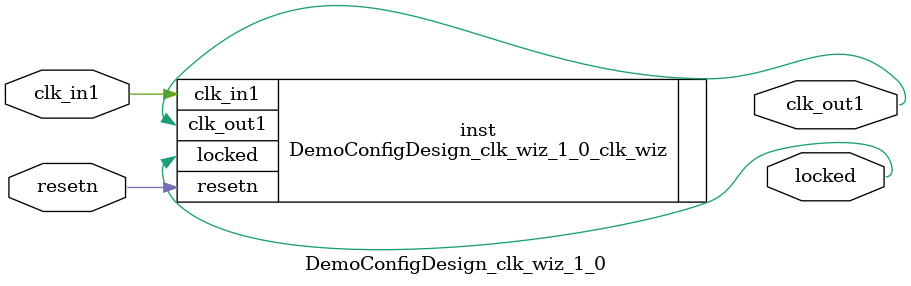
<source format=v>


`timescale 1ps/1ps

(* CORE_GENERATION_INFO = "DemoConfigDesign_clk_wiz_1_0,clk_wiz_v5_4_2_0,{component_name=DemoConfigDesign_clk_wiz_1_0,use_phase_alignment=true,use_min_o_jitter=false,use_max_i_jitter=false,use_dyn_phase_shift=false,use_inclk_switchover=false,use_dyn_reconfig=false,enable_axi=0,feedback_source=FDBK_AUTO,PRIMITIVE=MMCM,num_out_clk=1,clkin1_period=10.000,clkin2_period=10.000,use_power_down=false,use_reset=true,use_locked=true,use_inclk_stopped=false,feedback_type=SINGLE,CLOCK_MGR_TYPE=NA,manual_override=false}" *)

module DemoConfigDesign_clk_wiz_1_0 
 (
  // Clock out ports
  output        clk_out1,
  // Status and control signals
  input         resetn,
  output        locked,
 // Clock in ports
  input         clk_in1
 );

  DemoConfigDesign_clk_wiz_1_0_clk_wiz inst
  (
  // Clock out ports  
  .clk_out1(clk_out1),
  // Status and control signals               
  .resetn(resetn), 
  .locked(locked),
 // Clock in ports
  .clk_in1(clk_in1)
  );

endmodule

</source>
